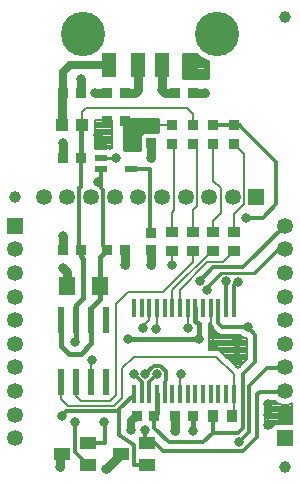
<source format=gtl>
G75*
G70*
%OFA0B0*%
%FSLAX24Y24*%
%IPPOS*%
%LPD*%
%AMOC8*
5,1,8,0,0,1.08239X$1,22.5*
%
%ADD10R,0.0551X0.0630*%
%ADD11R,0.0433X0.0394*%
%ADD12R,0.0354X0.0374*%
%ADD13R,0.0394X0.0374*%
%ADD14R,0.0374X0.0394*%
%ADD15R,0.0374X0.0354*%
%ADD16R,0.0157X0.0591*%
%ADD17R,0.0472X0.0787*%
%ADD18C,0.1476*%
%ADD19R,0.0433X0.0236*%
%ADD20R,0.0240X0.0870*%
%ADD21R,0.0551X0.0394*%
%ADD22C,0.0394*%
%ADD23R,0.0530X0.0530*%
%ADD24C,0.0530*%
%ADD25C,0.0320*%
%ADD26C,0.0100*%
%ADD27C,0.0315*%
%ADD28C,0.0080*%
%ADD29C,0.0157*%
%ADD30C,0.0140*%
%ADD31C,0.0280*%
%ADD32C,0.0120*%
%ADD33C,0.0079*%
%ADD34C,0.0118*%
%ADD35C,0.0039*%
%ADD36C,0.0160*%
%ADD37C,0.0236*%
D10*
X003851Y008424D03*
X004953Y008424D03*
D11*
X004343Y013771D03*
X003674Y013771D03*
D12*
X003713Y014853D03*
X004304Y014853D03*
X005170Y013921D03*
X005190Y014853D03*
X005780Y014853D03*
X005800Y013921D03*
X004304Y012688D03*
X003713Y012688D03*
X003713Y009605D03*
X004304Y009605D03*
X005190Y009605D03*
X005780Y009605D03*
X007453Y014853D03*
X008044Y014853D03*
X008044Y004093D03*
X007453Y004093D03*
X006764Y004093D03*
X006174Y004093D03*
D13*
X007355Y009586D03*
X007355Y010215D03*
X008044Y010215D03*
X008044Y009586D03*
X008733Y009586D03*
X008733Y010215D03*
X009422Y010215D03*
X009422Y009586D03*
D14*
X009343Y004093D03*
X008713Y004093D03*
D15*
X006666Y009605D03*
X006666Y010196D03*
X007355Y013160D03*
X007355Y013790D03*
X008044Y013790D03*
X008044Y013160D03*
X008733Y013160D03*
X008733Y013790D03*
X009422Y013790D03*
X009422Y013160D03*
X006666Y013180D03*
X006666Y013771D03*
D16*
X006597Y007686D03*
X006853Y007686D03*
X007109Y007686D03*
X007365Y007686D03*
X007621Y007686D03*
X007877Y007686D03*
X008133Y007686D03*
X008388Y007686D03*
X008644Y007686D03*
X008900Y007686D03*
X009156Y007686D03*
X009412Y007686D03*
X009412Y004832D03*
X009156Y004832D03*
X008900Y004832D03*
X008644Y004832D03*
X008388Y004832D03*
X008133Y004832D03*
X007877Y004832D03*
X007621Y004832D03*
X007365Y004832D03*
X007109Y004832D03*
X006853Y004832D03*
X006597Y004832D03*
X006341Y004832D03*
X006085Y004832D03*
X006085Y007686D03*
X006341Y007686D03*
D17*
X006229Y015778D03*
X007016Y015778D03*
X008001Y015778D03*
X005245Y015778D03*
D18*
X004379Y016802D03*
X008867Y016802D03*
D19*
X005997Y013062D03*
X005997Y012314D03*
X004973Y012314D03*
X004973Y012688D03*
X004973Y013062D03*
D20*
X005152Y007289D03*
X004652Y007289D03*
X004152Y007289D03*
X003652Y007289D03*
X003652Y005229D03*
X004152Y005229D03*
X004652Y005229D03*
X005152Y005229D03*
D21*
X004540Y003188D03*
X004540Y002440D03*
X003674Y002814D03*
X005642Y002814D03*
X006509Y003188D03*
X006509Y002440D03*
D22*
X002123Y011385D03*
X011123Y017385D03*
X011123Y002385D03*
D23*
X011123Y003341D03*
X010166Y011385D03*
X002123Y010428D03*
D24*
X002123Y003341D03*
X002123Y004129D03*
X002123Y004916D03*
X002123Y005704D03*
X002123Y006491D03*
X002123Y007278D03*
X002123Y008066D03*
X002123Y008853D03*
X002123Y009641D03*
X003079Y011385D03*
X003867Y011385D03*
X004654Y011385D03*
X005442Y011385D03*
X006229Y011385D03*
X007016Y011385D03*
X007804Y011385D03*
X008591Y011385D03*
X009379Y011385D03*
X011123Y010428D03*
X011123Y009641D03*
X011123Y008853D03*
X011123Y008066D03*
X011123Y007278D03*
X011123Y006491D03*
X011123Y005704D03*
X011123Y004916D03*
X011123Y004129D03*
D25*
X010549Y004134D03*
X010549Y004478D03*
X010549Y003791D03*
X009573Y003205D03*
X009534Y005946D03*
X009534Y006296D03*
X009534Y006646D03*
X009873Y007046D03*
X009542Y008545D03*
X009157Y008588D03*
X008533Y008285D03*
X008283Y008585D03*
X007897Y007006D03*
X008241Y006652D03*
X008714Y006786D03*
X008714Y006406D03*
X007650Y005471D03*
X006863Y005471D03*
X006469Y005471D03*
X006075Y005471D03*
X005879Y006652D03*
X006379Y007006D03*
X006803Y006996D03*
X006666Y009113D03*
X007355Y009113D03*
X005780Y009113D03*
X004873Y011885D03*
X005485Y012688D03*
X004894Y013457D03*
X004786Y014853D03*
X004304Y015315D03*
X003713Y013180D03*
X003713Y010097D03*
X003713Y009015D03*
X004107Y006554D03*
X004697Y005955D03*
X005091Y003897D03*
X005987Y003611D03*
X006469Y003613D03*
X007453Y003601D03*
X008044Y003601D03*
X005143Y002330D03*
X004107Y003897D03*
X003673Y004085D03*
X003615Y002390D03*
X006666Y012688D03*
X006123Y013385D03*
X006223Y014952D03*
X007010Y014952D03*
X008468Y014853D03*
X008439Y015442D03*
X008439Y015826D03*
X009823Y010685D03*
D26*
X010879Y009641D02*
X010093Y008855D01*
X008993Y008855D01*
X008533Y008395D01*
X008533Y008285D01*
X007650Y005471D02*
X007621Y005442D01*
X010879Y009641D02*
X011123Y009641D01*
X011123Y004916D02*
X011091Y004885D01*
X005485Y012688D02*
X004973Y012688D01*
D27*
X004786Y014853D02*
X005190Y014853D01*
X005780Y014853D02*
X006125Y014853D01*
X006223Y014952D01*
X006229Y014958D01*
X006229Y015778D01*
X007016Y015778D02*
X007016Y014958D01*
X007010Y014952D01*
X007109Y014853D01*
X007453Y014853D01*
X008044Y014853D02*
X008468Y014853D01*
X006666Y013180D02*
X006666Y012688D01*
X006666Y009605D02*
X006666Y009113D01*
X005780Y009113D02*
X005780Y009605D01*
X003851Y008877D02*
X003851Y008424D01*
X003851Y008877D02*
X003713Y009015D01*
X003713Y009605D02*
X003713Y010097D01*
X003713Y012688D02*
X003713Y013180D01*
X003674Y013771D02*
X003674Y014814D01*
X003713Y014853D01*
X004304Y014853D02*
X004304Y015315D01*
X007453Y004093D02*
X007453Y003601D01*
X005642Y002814D02*
X005583Y002755D01*
X005143Y002330D01*
X003674Y002814D02*
X003615Y002755D01*
X003615Y002390D01*
D28*
X004652Y005229D02*
X004652Y005910D01*
X004697Y005955D01*
X006379Y007006D02*
X006469Y007145D01*
X006597Y007273D01*
X006597Y007686D01*
X006853Y007686D02*
X006853Y007056D01*
X006803Y006996D01*
X007365Y007686D02*
X007365Y008269D01*
X008682Y009586D01*
X008733Y010215D02*
X008723Y010226D01*
X008723Y010585D01*
X008973Y010835D01*
X008973Y011685D01*
X008733Y011924D01*
X008733Y013160D01*
X008173Y013032D02*
X008044Y013160D01*
X008173Y013032D02*
X008173Y011085D01*
X008044Y010956D01*
X008044Y010215D01*
X007355Y010867D02*
X007423Y010935D01*
X007423Y013093D01*
X007355Y013160D01*
X007355Y010867D02*
X007355Y010215D01*
X007355Y009586D02*
X007355Y009113D01*
X007621Y008301D02*
X007621Y007686D01*
X007877Y007686D02*
X007877Y007076D01*
X007897Y007006D01*
X008573Y006990D02*
X008717Y006990D01*
X008680Y007027D02*
X008808Y006899D01*
X008881Y006826D01*
X008976Y006786D01*
X009624Y006786D01*
X009669Y006741D01*
X009801Y006686D01*
X009863Y006686D01*
X009863Y005992D01*
X009575Y005705D01*
X009551Y005681D01*
X008967Y006265D01*
X008879Y006301D01*
X008784Y006301D01*
X008573Y006301D01*
X008573Y006513D01*
X008601Y006581D01*
X008601Y006724D01*
X008573Y006792D01*
X008573Y007185D01*
X008640Y007185D01*
X008640Y007122D01*
X008680Y007027D01*
X008662Y007069D02*
X008573Y007069D01*
X008644Y007056D02*
X008644Y007686D01*
X008640Y007147D02*
X008573Y007147D01*
X008573Y006911D02*
X008795Y006911D01*
X008874Y006833D02*
X008573Y006833D01*
X008588Y006754D02*
X009655Y006754D01*
X009863Y006676D02*
X008601Y006676D01*
X008601Y006597D02*
X009863Y006597D01*
X009863Y006519D02*
X008575Y006519D01*
X008573Y006440D02*
X009863Y006440D01*
X009863Y006362D02*
X008573Y006362D01*
X008923Y006283D02*
X009863Y006283D01*
X009863Y006205D02*
X009027Y006205D01*
X009106Y006126D02*
X009863Y006126D01*
X009863Y006048D02*
X009184Y006048D01*
X009263Y005969D02*
X009839Y005969D01*
X009761Y005890D02*
X009341Y005890D01*
X009420Y005812D02*
X009682Y005812D01*
X009604Y005733D02*
X009498Y005733D01*
X009422Y004290D02*
X009422Y004192D01*
X009343Y004113D01*
X009343Y004093D01*
X009412Y004162D01*
X009412Y004221D01*
X009412Y004280D01*
X010453Y004241D02*
X011363Y004241D01*
X011363Y004162D02*
X010453Y004162D01*
X010453Y004084D02*
X011363Y004084D01*
X011363Y004005D02*
X010453Y004005D01*
X010453Y003927D02*
X011363Y003927D01*
X011363Y003848D02*
X010453Y003848D01*
X010453Y003770D02*
X010738Y003770D01*
X010775Y003806D02*
X010662Y003694D01*
X010453Y003694D01*
X010453Y004575D01*
X010806Y004575D01*
X010859Y004522D01*
X011030Y004451D01*
X011215Y004451D01*
X011363Y004512D01*
X011363Y003806D01*
X010775Y003806D01*
X010453Y004320D02*
X011363Y004320D01*
X011363Y004398D02*
X010453Y004398D01*
X010453Y004477D02*
X010969Y004477D01*
X010826Y004555D02*
X010453Y004555D01*
X011276Y004477D02*
X011363Y004477D01*
X009422Y010215D02*
X009422Y010834D01*
X009753Y011165D01*
X009753Y012830D01*
X009422Y013160D01*
X007621Y005442D02*
X007621Y004832D01*
D29*
X006853Y004832D02*
X006853Y004182D01*
X008241Y006652D02*
X008241Y007145D01*
X008133Y007253D01*
X008133Y007686D01*
X008644Y007056D02*
X008634Y007046D01*
X006240Y012983D02*
X005780Y012983D01*
X005780Y013967D01*
X006863Y013967D01*
X006863Y013596D01*
X006380Y013596D01*
X006240Y013456D01*
X006240Y012983D01*
X006240Y013118D02*
X005780Y013118D01*
X005780Y013274D02*
X006240Y013274D01*
X006240Y013430D02*
X005780Y013430D01*
X005780Y013586D02*
X006371Y013586D01*
X006666Y013771D02*
X006686Y013790D01*
X006863Y013743D02*
X005780Y013743D01*
X005780Y013899D02*
X006863Y013899D01*
X009422Y013790D02*
X009599Y013790D01*
D30*
X008536Y015345D02*
X008536Y015891D01*
X008318Y015981D01*
X008167Y016133D01*
X007749Y016133D01*
X007749Y015345D01*
X008536Y015345D01*
X008536Y015462D02*
X007749Y015462D01*
X007749Y015601D02*
X008536Y015601D01*
X008536Y015739D02*
X007749Y015739D01*
X007749Y015878D02*
X008536Y015878D01*
X008283Y016016D02*
X007749Y016016D01*
X004973Y012314D02*
X004973Y011985D01*
X004873Y011885D01*
D31*
X003713Y014853D02*
X003713Y015542D01*
X003949Y015778D01*
X005245Y015778D01*
X006174Y004093D02*
X005994Y003928D01*
X005987Y003921D01*
X005987Y003611D01*
D32*
X006075Y003130D02*
X006075Y002460D01*
X006095Y002440D01*
X006784Y003188D02*
X007060Y002912D01*
X009710Y002912D01*
X010193Y003395D01*
X010193Y004805D01*
X010273Y004885D01*
X011091Y004885D01*
X011104Y005685D02*
X010523Y005685D01*
X009923Y005085D01*
X009923Y003535D01*
X009623Y003235D01*
X009541Y003503D02*
X009723Y003685D01*
X009723Y005485D01*
X010123Y005885D01*
X010123Y006796D01*
X009873Y007046D01*
X009028Y007046D01*
X008900Y007174D01*
X008900Y007686D01*
X008283Y008585D02*
X008723Y009035D01*
X009733Y009035D01*
X009833Y009135D01*
X009829Y009135D01*
X011123Y010428D01*
X010823Y011135D02*
X010373Y010685D01*
X009823Y010685D01*
X009816Y010692D01*
X010823Y011135D02*
X010823Y012567D01*
X009599Y013790D01*
X009422Y013790D02*
X008733Y013790D01*
X008682Y009586D02*
X008733Y009586D01*
X006628Y010274D02*
X006628Y012324D01*
X005997Y012314D01*
X004973Y012314D02*
X004973Y011684D01*
X005053Y011625D01*
X005053Y009762D01*
X005190Y009605D01*
X004263Y009636D02*
X004253Y011685D01*
X004304Y011716D01*
X004304Y012688D01*
X003823Y004235D02*
X003673Y004085D01*
X003823Y004235D02*
X005602Y004235D01*
X004123Y002885D02*
X004540Y002467D01*
X004540Y002440D01*
X004123Y002885D02*
X004123Y003881D01*
X004107Y003897D01*
X006764Y003700D02*
X006764Y004093D01*
X006764Y003700D02*
X007257Y003208D01*
X008398Y003208D01*
X008713Y003523D01*
X008713Y004093D01*
X008733Y003503D02*
X009541Y003503D01*
D33*
X009412Y004221D02*
X009412Y004832D01*
X009412Y005481D01*
X008831Y006062D01*
X006075Y006062D01*
X005682Y005668D01*
X005682Y004684D01*
X005416Y004419D01*
X003880Y004419D01*
X003652Y004647D01*
X003652Y005229D01*
X004152Y005229D02*
X004152Y004737D01*
X004304Y004586D01*
X005288Y004586D01*
X005485Y004782D01*
X005485Y007834D01*
X005879Y008227D01*
X007060Y008227D01*
X008044Y009211D01*
X008044Y009586D01*
X008531Y009211D02*
X007621Y008301D01*
X008531Y009211D02*
X009048Y009211D01*
X009422Y009586D01*
X008733Y009586D02*
X008733Y009507D01*
X008044Y013790D02*
X008044Y014164D01*
X007847Y014361D01*
X004501Y014361D01*
X004343Y014204D01*
X004343Y013771D01*
X004343Y013810D01*
X004796Y013786D02*
X005337Y013786D01*
X005337Y013709D02*
X004796Y013709D01*
X004796Y013632D02*
X005337Y013632D01*
X005337Y013555D02*
X004796Y013555D01*
X004796Y013477D02*
X005337Y013477D01*
X005337Y013400D02*
X004796Y013400D01*
X004796Y013323D02*
X005337Y013323D01*
X005337Y013245D02*
X004796Y013245D01*
X004796Y013168D02*
X005337Y013168D01*
X005337Y013091D02*
X004796Y013091D01*
X004796Y013014D02*
X005332Y013014D01*
X005337Y013016D02*
X005284Y012994D01*
X005272Y013005D01*
X004796Y013005D01*
X004796Y013967D01*
X005337Y013967D01*
X005337Y013016D01*
X005337Y013864D02*
X004796Y013864D01*
X004796Y013941D02*
X005337Y013941D01*
X006686Y013790D02*
X007355Y013790D01*
X006085Y004832D02*
X006085Y004792D01*
X006764Y004093D02*
X006853Y004182D01*
X006469Y003227D02*
X006509Y003188D01*
X005123Y003208D02*
X005103Y003188D01*
X008713Y003523D02*
X008733Y003503D01*
D34*
X007109Y004832D02*
X007109Y005225D01*
X007158Y005274D01*
X007158Y005570D01*
X006961Y005767D01*
X006764Y005767D01*
X006469Y005471D01*
X006341Y005206D02*
X006075Y005471D01*
X006341Y005206D02*
X006341Y004832D01*
X006085Y004792D02*
X005602Y004319D01*
X005602Y004235D01*
X005602Y003444D01*
X006075Y003130D01*
X006469Y003227D02*
X006469Y003613D01*
X006509Y003188D02*
X006784Y003188D01*
X006509Y002440D02*
X006095Y002440D01*
X005123Y003208D02*
X005123Y003865D01*
X005091Y003897D01*
X005103Y003188D02*
X004540Y003188D01*
X006597Y004832D02*
X006597Y005206D01*
X006863Y005471D01*
X009156Y007686D02*
X009156Y008538D01*
X009157Y008588D01*
X009412Y008455D02*
X009542Y008545D01*
X009412Y008455D02*
X009412Y007686D01*
D35*
X009422Y004290D02*
X009412Y004280D01*
D36*
X009623Y003235D02*
X009573Y003205D01*
X008044Y003601D02*
X008044Y004093D01*
X008241Y006652D02*
X005879Y006652D01*
X004652Y007690D02*
X004953Y007991D01*
X004953Y008424D01*
X004953Y009369D01*
X005190Y009605D01*
X004402Y009310D02*
X004402Y008030D01*
X004152Y007780D01*
X004152Y007289D01*
X004152Y006599D01*
X004107Y006554D01*
X004304Y006160D02*
X003910Y006160D01*
X003652Y006418D01*
X003652Y007289D01*
X004652Y006509D02*
X004304Y006160D01*
X004652Y006509D02*
X004652Y007289D01*
X004652Y007690D01*
X004402Y009310D02*
X004304Y009408D01*
X004304Y009605D01*
X004263Y009636D01*
X004304Y012688D02*
X004304Y013731D01*
X005997Y013259D02*
X005997Y013062D01*
X005997Y013259D02*
X006123Y013385D01*
X006628Y010274D02*
X006666Y010196D01*
D37*
X004304Y013731D02*
X004343Y013771D01*
M02*

</source>
